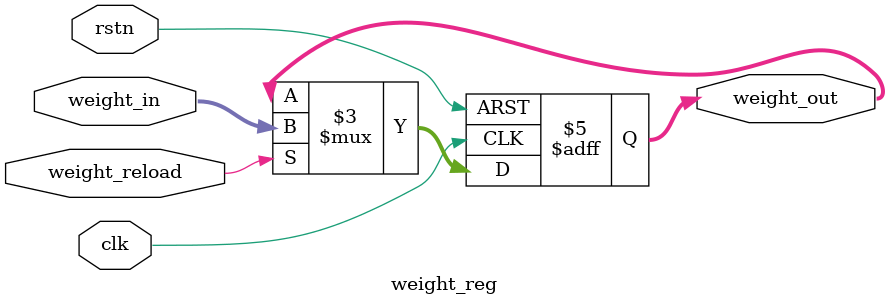
<source format=v>
module weight_reg #(
    parameter WEIGHT_BW = 8
) (
    input wire clk,
    input wire rstn,
    input wire weight_reload,
    input wire signed [WEIGHT_BW-1:0] weight_in,
    output reg signed [WEIGHT_BW-1:0] weight_out
);
    always @(posedge clk or negedge rstn) begin
        if (!rstn)
            weight_out <= 0;
        else if (weight_reload)
            weight_out <= weight_in;
    end
endmodule

</source>
